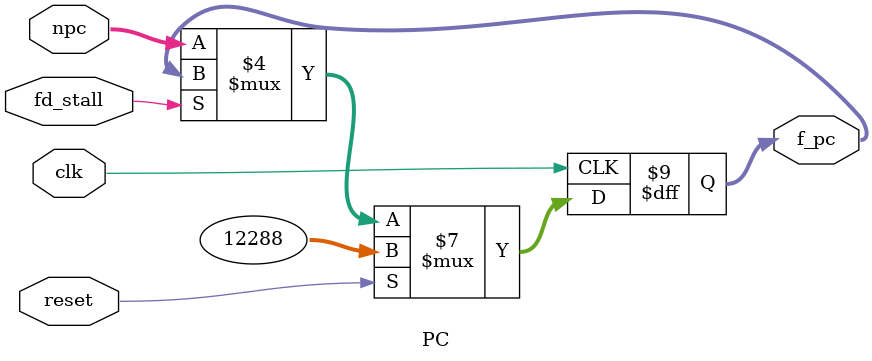
<source format=v>
`timescale 1ns / 1ps
module PC(
	input clk,
	input reset,
	
	input [31:0] npc,
	
	input fd_stall,
	
	output reg [31:0] f_pc
    );
	initial begin
		f_pc = 32'h00003000;
	end
	always @(posedge clk) begin
		if (reset) begin
			f_pc <= 32'h00003000;
		end
		else if (!fd_stall) begin
			f_pc <= npc;
		end
	end

endmodule

</source>
